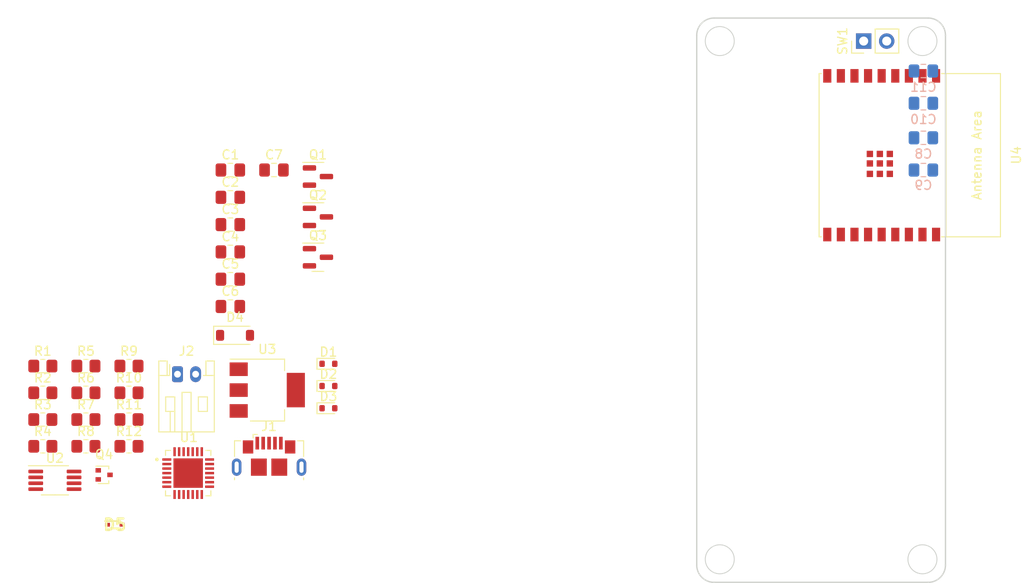
<source format=kicad_pcb>
(kicad_pcb (version 20221018) (generator pcbnew)
  (layers (0 "F.Cu" signal) (31 "B.Cu" signal) (34 "B.Paste" user) (35 "F.Paste" user) (36 "B.SilkS" user "B.Silkscreen") (37 "F.SilkS" user "F.Silkscreen") (38 "B.Mask" user) (39 "F.Mask" user) (44 "Edge.Cuts" user))
  (net 0 "")
  (net 1 "Net-(D1-A)")
  (net 2 "GND")
  (net 3 "Net-(U1-GPIO.1{slash}RXT)")
  (net 4 "Net-(U1-GPIO.0{slash}TXT)")
  (net 5 "VReg_In")
  (net 6 "Net-(U1-VDD)")
  (net 7 "+3V3")
  (net 8 "Net-(Q3-C)")
  (net 9 "Net-(D2-A)")
  (net 10 "Net-(D3-A)")
  (net 11 "+5V")
  (net 14 "VBatt")
  (net 15 "TempIC_Power")
  (net 16 "Net-(Q1-S)")
  (net 17 "Net-(Q2-B)")
  (net 18 "Net-(Q2-E)")
  (net 19 "Net-(Q2-C)")
  (net 20 "Net-(Q3-B)")
  (net 21 "Net-(Q3-E)")
  (net 22 "Net-(U1-~{RST})")
  (net 23 "Net-(U4-GPIO18{slash}USB_D-)")
  (net 24 "Net-(U4-GPIO19{slash}USB_D+)")
  (net 25 "Net-(U1-~{SUSPEND})")
  (net 26 "Net-(U4-GPIO8)")
  (net 45 "SDA")
  (net 46 "SCL")
  (footprint "Package_TO_SOT_SMD:SOT-23" (layer "F.Cu") (at 124.47 83.53)
    (fp_text reference "Q3" (at 0 -2.4) (layer "F.SilkS"))
    (fp_text value "BC818")
    (fp_line (start 0 -1.56) (end -1.675 -1.56) (stroke (width 0.12)) (layer "F.SilkS"))
    (fp_line (start 0 -1.56) (end 0.65 -1.56) (stroke (width 0.12)) (layer "F.SilkS"))
    (fp_line (start 0 1.56) (end -0.65 1.56) (stroke (width 0.12)) (layer "F.SilkS"))
    (fp_line (start 0 1.56) (end 0.65 1.56) (stroke (width 0.12)) (layer "F.SilkS"))
    (pad "1" smd roundrect (at -0.9375 -0.95) (size 1.475 0.6) (layers "F.Cu" "F.Paste" "F.Mask") (net 20 "Net-(Q3-B)"))
    (pad "2" smd roundrect (at -0.9375 0.95) (size 1.475 0.6) (layers "F.Cu" "F.Paste" "F.Mask") (net 21 "Net-(Q3-E)"))
    (pad "3" smd roundrect (at 0.9375 0) (size 1.475 0.6) (layers "F.Cu" "F.Paste" "F.Mask") (net 8 "Net-(Q3-C)"))
  )
  (footprint "Resistor_SMD:R_0805_2012Metric_Pad1.20x1.40mm_HandSolder" (layer "F.Cu") (at 98.88 95.53)
    (fp_text reference "R5" (at 0 -1.65) (layer "F.SilkS"))
    (fp_text value "0")
    (fp_line (start -0.227064 -0.735) (end 0.227064 -0.735) (stroke (width 0.12)) (layer "F.SilkS"))
    (fp_line (start -0.227064 0.735) (end 0.227064 0.735) (stroke (width 0.12)) (layer "F.SilkS"))
    (pad "1" smd roundrect (at -1 0) (size 1.2 1.4) (layers "F.Cu" "F.Paste" "F.Mask") (roundrect_rratio 0.208333) (net 9 "Net-(D2-A)"))
    (pad "2" smd roundrect (at 1 0) (size 1.2 1.4) (layers "F.Cu" "F.Paste" "F.Mask") (roundrect_rratio 0.208333) (net 4 "Net-(U1-GPIO.0{slash}TXT)"))
  )
  (footprint "Resistor_SMD:R_0805_2012Metric_Pad1.20x1.40mm_HandSolder" (layer "F.Cu") (at 98.88 104.38)
    (fp_text reference "R8" (at 0 -1.65) (layer "F.SilkS"))
    (fp_text value "10k")
    (fp_line (start -0.227064 -0.735) (end 0.227064 -0.735) (stroke (width 0.12)) (layer "F.SilkS"))
    (fp_line (start -0.227064 0.735) (end 0.227064 0.735) (stroke (width 0.12)) (layer "F.SilkS"))
    (pad "1" smd roundrect (at -1 0) (size 1.2 1.4) (layers "F.Cu" "F.Paste" "F.Mask") (roundrect_rratio 0.208333) (net 17 "Net-(Q2-B)"))
    (pad "2" smd roundrect (at 1 0) (size 1.2 1.4) (layers "F.Cu" "F.Paste" "F.Mask") (roundrect_rratio 0.208333) (net 21 "Net-(Q3-E)"))
  )
  (footprint "Resistor_SMD:R_0805_2012Metric_Pad1.20x1.40mm_HandSolder" (layer "F.Cu") (at 103.63 98.48)
    (fp_text reference "R10" (at 0 -1.65) (layer "F.SilkS"))
    (fp_text value "5.1k")
    (fp_line (start -0.227064 -0.735) (end 0.227064 -0.735) (stroke (width 0.12)) (layer "F.SilkS"))
    (fp_line (start -0.227064 0.735) (end 0.227064 0.735) (stroke (width 0.12)) (layer "F.SilkS"))
    (pad "1" smd roundrect (at -1 0) (size 1.2 1.4) (layers "F.Cu" "F.Paste" "F.Mask") (roundrect_rratio 0.208333) (net 2 "GND"))
    (pad "2" smd roundrect (at 1 0) (size 1.2 1.4) (layers "F.Cu" "F.Paste" "F.Mask") (roundrect_rratio 0.208333) (net 11 "+5V"))
  )
  (footprint "Resistor_SMD:R_0805_2012Metric_Pad1.20x1.40mm_HandSolder" (layer "F.Cu") (at 98.88 101.43)
    (fp_text reference "R7" (at 0 -1.65) (layer "F.SilkS"))
    (fp_text value "10k")
    (fp_line (start -0.227064 -0.735) (end 0.227064 -0.735) (stroke (width 0.12)) (layer "F.SilkS"))
    (fp_line (start -0.227064 0.735) (end 0.227064 0.735) (stroke (width 0.12)) (layer "F.SilkS"))
    (pad "1" smd roundrect (at -1 0) (size 1.2 1.4) (layers "F.Cu" "F.Paste" "F.Mask") (roundrect_rratio 0.208333) (net 25 "Net-(U1-~{SUSPEND})"))
    (pad "2" smd roundrect (at 1 0) (size 1.2 1.4) (layers "F.Cu" "F.Paste" "F.Mask") (roundrect_rratio 0.208333) (net 2 "GND"))
  )
  (footprint "Resistor_SMD:R_0805_2012Metric_Pad1.20x1.40mm_HandSolder" (layer "F.Cu") (at 94.13 95.53)
    (fp_text reference "R1" (at 0 -1.65) (layer "F.SilkS"))
    (fp_text value "47.5k")
    (fp_line (start -0.227064 -0.735) (end 0.227064 -0.735) (stroke (width 0.12)) (layer "F.SilkS"))
    (fp_line (start -0.227064 0.735) (end 0.227064 0.735) (stroke (width 0.12)) (layer "F.SilkS"))
    (pad "1" smd roundrect (at -1 0) (size 1.2 1.4) (layers "F.Cu" "F.Paste" "F.Mask") (roundrect_rratio 0.208333) (net 1 "Net-(D1-A)"))
    (pad "2" smd roundrect (at 1 0) (size 1.2 1.4) (layers "F.Cu" "F.Paste" "F.Mask") (roundrect_rratio 0.208333) (net 2 "GND"))
  )
  (footprint "Resistor_SMD:R_0805_2012Metric_Pad1.20x1.40mm_HandSolder" (layer "F.Cu") (at 103.63 104.38)
    (fp_text reference "R12" (at 0 -1.65) (layer "F.SilkS"))
    (fp_text value "10k")
    (fp_line (start -0.227064 -0.735) (end 0.227064 -0.735) (stroke (width 0.12)) (layer "F.SilkS"))
    (fp_line (start -0.227064 0.735) (end 0.227064 0.735) (stroke (width 0.12)) (layer "F.SilkS"))
    (pad "1" smd roundrect (at -1 0) (size 1.2 1.4) (layers "F.Cu" "F.Paste" "F.Mask") (roundrect_rratio 0.208333) (net 26 "Net-(U4-GPIO8)"))
    (pad "2" smd roundrect (at 1 0) (size 1.2 1.4) (layers "F.Cu" "F.Paste" "F.Mask") (roundrect_rratio 0.208333) (net 7 "+3V3"))
  )
  (footprint "Connector_JST:JST_PH_S2B-PH-K_1x02_P2.00mm_Horizontal" (layer "F.Cu") (at 108.98 96.43)
    (fp_text reference "J2" (at 1 -2.55) (layer "F.SilkS"))
    (fp_text value "Battery_Connector")
    (fp_line (start -2.06 -1.46) (end -2.06 6.36) (stroke (width 0.12)) (layer "F.SilkS"))
    (fp_line (start -2.06 0.14) (end -1.14 0.14) (stroke (width 0.12)) (layer "F.SilkS"))
    (fp_line (start -2.06 6.36) (end 4.06 6.36) (stroke (width 0.12)) (layer "F.SilkS"))
    (fp_line (start -1.3 2.5) (end -1.3 4.1) (stroke (width 0.12)) (layer "F.SilkS"))
    (fp_line (start -1.3 4.1) (end -0.3 4.1) (stroke (width 0.12)) (layer "F.SilkS"))
    (fp_line (start -1.14 -1.46) (end -2.06 -1.46) (stroke (width 0.12)) (layer "F.SilkS"))
    (fp_line (start -1.14 0.14) (end -1.14 -1.46) (stroke (width 0.12)) (layer "F.SilkS"))
    (fp_line (start -0.86 0.14) (end -1.14 0.14) (stroke (width 0.12)) (layer "F.SilkS"))
    (fp_line (start -0.86 0.14) (end -0.86 -1.075) (stroke (width 0.12)) (layer "F.SilkS"))
    (fp_line (start -0.8 4.1) (end -0.8 6.36) (stroke (width 0.12)) (layer "F.SilkS"))
    (fp_line (start -0.3 2.5) (end -1.3 2.5) (stroke (width 0.12)) (layer "F.SilkS"))
    (fp_line (start -0.3 4.1) (end -0.3 2.5) (stroke (width 0.12)) (layer "F.SilkS"))
    (fp_line (start -0.3 4.1) (end -0.3 6.36) (stroke (width 0.12)) (layer "F.SilkS"))
    (fp_line (start 0.5 2) (end 1.5 2) (stroke (width 0.12)) (layer "F.SilkS"))
    (fp_line (start 0.5 6.36) (end 0.5 2) (stroke (width 0.12)) (layer "F.SilkS"))
    (fp_line (start 1.5 2) (end 1.5 6.36) (stroke (width 0.12)) (layer "F.SilkS"))
    (fp_line (start 2.3 2.5) (end 3.3 2.5) (stroke (width 0.12)) (layer "F.SilkS"))
    (fp_line (start 2.3 4.1) (end 2.3 2.5) (stroke (width 0.12)) (layer "F.SilkS"))
    (fp_line (start 3.14 -1.46) (end 3.14 0.14) (stroke (width 0.12)) (layer "F.SilkS"))
    (fp_line (start 3.14 0.14) (end 2.86 0.14) (stroke (width 0.12)) (layer "F.SilkS"))
    (fp_line (start 3.3 2.5) (end 3.3 4.1) (stroke (width 0.12)) (layer "F.SilkS"))
    (fp_line (start 3.3 4.1) (end 2.3 4.1) (stroke (width 0.12)) (layer "F.SilkS"))
    (fp_line (start 4.06 -1.46) (end 3.14 -1.46) (stroke (width 0.12)) (layer "F.SilkS"))
    (fp_line (start 4.06 0.14) (end 3.14 0.14) (stroke (width 0.12)) (layer "F.SilkS"))
    (fp_line (start 4.06 6.36) (end 4.06 -1.46) (stroke (width 0.12)) (layer "F.SilkS"))
    (pad "1" thru_hole roundrect (at 0 0) (size 1.2 1.75) (drill 0.75) (layers "*.Cu" "*.Mask") (roundrect_rratio 0.208333) (net 2 "GND"))
    (pad "2" thru_hole oval (at 2 0) (size 1.2 1.75) (drill 0.75) (layers "*.Cu" "*.Mask") (net 14 "VBatt"))
  )
  (footprint "Package_TO_SOT_SMD:SOT-416" (layer "F.Cu") (at 100.89 107.53)
    (fp_text reference "Q4" (at 0 -2.25) (layer "F.SilkS"))
    (fp_text value "NTA4151PT1G")
    (fp_line (start 0.51 -0.96) (end -0.9 -0.96) (stroke (width 0.12)) (layer "F.SilkS"))
    (fp_line (start 0.51 -0.96) (end 0.51 -0.65) (stroke (width 0.12)) (layer "F.SilkS"))
    (fp_line (start 0.51 0.96) (end -0.65 0.96) (stroke (width 0.12)) (layer "F.SilkS"))
    (fp_line (start 0.51 0.96) (end 0.51 0.65) (stroke (width 0.12)) (layer "F.SilkS"))
    (pad "1" smd rect (at -0.65 -0.5) (size 0.6 0.5) (layers "F.Cu" "F.Paste" "F.Mask") (net 11 "+5V"))
    (pad "2" smd rect (at -0.65 0.5) (size 0.6 0.5) (layers "F.Cu" "F.Paste" "F.Mask") (net 5 "VReg_In"))
    (pad "3" smd rect (at 0.65 0) (size 0.6 0.5) (layers "F.Cu" "F.Paste" "F.Mask") (net 14 "VBatt"))
  )
  (footprint "Resistor_SMD:R_0805_2012Metric_Pad1.20x1.40mm_HandSolder" (layer "F.Cu") (at 94.13 104.38)
    (fp_text reference "R4" (at 0 -1.65) (layer "F.SilkS"))
    (fp_text value "0")
    (fp_line (start -0.227064 -0.735) (end 0.227064 -0.735) (stroke (width 0.12)) (layer "F.SilkS"))
    (fp_line (start -0.227064 0.735) (end 0.227064 0.735) (stroke (width 0.12)) (layer "F.SilkS"))
    (pad "1" smd roundrect (at -1 0) (size 1.2 1.4) (layers "F.Cu" "F.Paste" "F.Mask") (roundrect_rratio 0.208333) (net 10 "Net-(D3-A)"))
    (pad "2" smd roundrect (at 1 0) (size 1.2 1.4) (layers "F.Cu" "F.Paste" "F.Mask") (roundrect_rratio 0.208333) (net 3 "Net-(U1-GPIO.1{slash}RXT)"))
  )
  (footprint "Capacitor_SMD:C_0805_2012Metric_Pad1.18x1.45mm_HandSolder" (layer "F.Cu") (at 114.81 73.91)
    (fp_text reference "C1" (at 0 -1.68) (layer "F.SilkS"))
    (fp_text value "1 uF")
    (fp_line (start -0.261252 -0.735) (end 0.261252 -0.735) (stroke (width 0.12)) (layer "F.SilkS"))
    (fp_line (start -0.261252 0.735) (end 0.261252 0.735) (stroke (width 0.12)) (layer "F.SilkS"))
    (pad "1" smd roundrect (at -1.0375 0) (size 1.175 1.45) (layers "F.Cu" "F.Paste" "F.Mask") (roundrect_rratio 0.212766) (net 1 "Net-(D1-A)"))
    (pad "2" smd roundrect (at 1.0375 0) (size 1.175 1.45) (layers "F.Cu" "F.Paste" "F.Mask") (roundrect_rratio 0.212766) (net 2 "GND"))
  )
  (footprint "Capacitor_SMD:C_0805_2012Metric_Pad1.18x1.45mm_HandSolder" (layer "F.Cu") (at 114.81 76.92)
    (fp_text reference "C2" (at 0 -1.68) (layer "F.SilkS"))
    (fp_text value "22 pF")
    (fp_line (start -0.261252 -0.735) (end 0.261252 -0.735) (stroke (width 0.12)) (layer "F.SilkS"))
    (fp_line (start -0.261252 0.735) (end 0.261252 0.735) (stroke (width 0.12)) (layer "F.SilkS"))
    (pad "1" smd roundrect (at -1.0375 0) (size 1.175 1.45) (layers "F.Cu" "F.Paste" "F.Mask") (roundrect_rratio 0.212766) (net 3 "Net-(U1-GPIO.1{slash}RXT)"))
    (pad "2" smd roundrect (at 1.0375 0) (size 1.175 1.45) (layers "F.Cu" "F.Paste" "F.Mask") (roundrect_rratio 0.212766) (net 2 "GND"))
  )
  (footprint "Resistor_SMD:R_0805_2012Metric_Pad1.20x1.40mm_HandSolder" (layer "F.Cu") (at 94.13 98.48)
    (fp_text reference "R2" (at 0 -1.65) (layer "F.SilkS"))
    (fp_text value "1k")
    (fp_line (start -0.227064 -0.735) (end 0.227064 -0.735) (stroke (width 0.12)) (layer "F.SilkS"))
    (fp_line (start -0.227064 0.735) (end 0.227064 0.735) (stroke (width 0.12)) (layer "F.SilkS"))
    (pad "1" smd roundrect (at -1 0) (size 1.2 1.4) (layers "F.Cu" "F.Paste" "F.Mask") (roundrect_rratio 0.208333) (net 6 "Net-(U1-VDD)"))
    (pad "2" smd roundrect (at 1 0) (size 1.2 1.4) (layers "F.Cu" "F.Paste" "F.Mask") (roundrect_rratio 0.208333) (net 22 "Net-(U1-~{RST})"))
  )
  (footprint "Resistor_SMD:R_0805_2012Metric_Pad1.20x1.40mm_HandSolder" (layer "F.Cu") (at 103.63 101.43)
    (fp_text reference "R11" (at 0 -1.65) (layer "F.SilkS"))
    (fp_text value "10k")
    (fp_line (start -0.227064 -0.735) (end 0.227064 -0.735) (stroke (width 0.12)) (layer "F.SilkS"))
    (fp_line (start -0.227064 0.735) (end 0.227064 0.735) (stroke (width 0.12)) (layer "F.SilkS"))
    (pad "1" smd roundrect (at -1 0) (size 1.2 1.4) (layers "F.Cu" "F.Paste" "F.Mask") (roundrect_rratio 0.208333) (net 7 "+3V3"))
    (pad "2" smd roundrect (at 1 0) (size 1.2 1.4) (layers "F.Cu" "F.Paste" "F.Mask") (roundrect_rratio 0.208333) (net 8 "Net-(Q3-C)"))
  )
  (footprint "Resistor_SMD:R_0805_2012Metric_Pad1.20x1.40mm_HandSolder" (layer "F.Cu") (at 103.63 95.53)
    (fp_text reference "R9" (at 0 -1.65) (layer "F.SilkS"))
    (fp_text value "10k")
    (fp_line (start -0.227064 -0.735) (end 0.227064 -0.735) (stroke (width 0.12)) (layer "F.SilkS"))
    (fp_line (start -0.227064 0.735) (end 0.227064 0.735) (stroke (width 0.12)) (layer "F.SilkS"))
    (pad "1" smd roundrect (at -1 0) (size 1.2 1.4) (layers "F.Cu" "F.Paste" "F.Mask") (roundrect_rratio 0.208333) (net 18 "Net-(Q2-E)"))
    (pad "2" smd roundrect (at 1 0) (size 1.2 1.4) (layers "F.Cu" "F.Paste" "F.Mask") (roundrect_rratio 0.208333) (net 20 "Net-(Q3-B)"))
  )
  (footprint "CP2102N_A02_GQFN28:QFN50P500X500X80-29N" (layer "F.Cu") (at 110.16 107.335)
    (fp_text reference "U1" (at 0.07 -3.94) (layer "F.SilkS"))
    (fp_text value "CP2102N-A02-GQFN28")
    (fp_line (start -2.5 -2.5) (end -1.955 -2.5) (stroke (width 0.127)) (layer "F.SilkS"))
    (fp_line (start -2.5 -1.955) (end -2.5 -2.5) (stroke (width 0.127)) (layer "F.SilkS"))
    (fp_line (start -2.5 2.5) (end -2.5 1.955) (stroke (width 0.127)) (layer "F.SilkS"))
    (fp_line (start -1.955 2.5) (end -2.5 2.5) (stroke (width 0.127)) (layer "F.SilkS"))
    (fp_line (start 1.955 -2.5) (end 2.5 -2.5) (stroke (width 0.127)) (layer "F.SilkS"))
    (fp_line (start 2.5 -2.5) (end 2.5 -1.955) (stroke (width 0.127)) (layer "F.SilkS"))
    (fp_line (start 2.5 2.5) (end 1.955 2.5) (stroke (width 0.127)) (layer "F.SilkS"))
    (fp_line (start 2.5 2.5) (end 2.5 1.955) (stroke (width 0.127)) (layer "F.SilkS"))
    (fp_circle (center -3.455 -1.5) (end -3.355 -1.5) (stroke (width 0.2)) (fill none) (layer "F.SilkS"))
    (pad "1" smd rect (at -2.36 -1.5) (size 0.99 0.27) (layers "F.Cu" "F.Paste" "F.Mask"))
    (pad "2" smd rect (at -2.36 -1) (size 0.99 0.27) (layers "F.Cu" "F.Paste" "F.Mask"))
    (pad "3" smd rect (at -2.36 -0.5) (size 0.99 0.27) (layers "F.Cu" "F.Paste" "F.Mask") (net 2 "GND"))
    (pad "4" smd rect (at -2.36 0) (size 0.99 0.27) (layers "F.Cu" "F.Paste" "F.Mask"))
    (pad "5" smd rect (at -2.36 0.5) (size 0.99 0.27) (layers "F.Cu" "F.Paste" "F.Mask"))
    (pad "6" smd rect (at -2.36 1) (size 0.99 0.27) (layers "F.Cu" "F.Paste" "F.Mask") (net 6 "Net-(U1-VDD)"))
    (pad "7" smd rect (at -2.36 1.5) (size 0.99 0.27) (layers "F.Cu" "F.Paste" "F.Mask") (net 6 "Net-(U1-VDD)"))
    (pad "8" smd rect (at -1.5 2.36) (size 0.27 0.99) (layers "F.Cu" "F.Paste" "F.Mask") (net 1 "Net-(D1-A)"))
    (pad "9" smd rect (at -1 2.36) (size 0.27 0.99) (layers "F.Cu" "F.Paste" "F.Mask") (net 22 "Net-(U1-~{RST})"))
    (pad "10" smd rect (at -0.5 2.36) (size 0.27 0.99) (layers "F.Cu" "F.Paste" "F.Mask"))
    (pad "11" smd rect (at 0 2.36) (size 0.27 0.99) (layers "F.Cu" "F.Paste" "F.Mask") (net 25 "Net-(U1-~{SUSPEND})"))
    (pad "12" smd rect (at 0.5 2.36) (size 0.27 0.99) (layers "F.Cu" "F.Paste" "F.Mask"))
    (pad "13" smd rect (at 1 2.36) (size 0.27 0.99) (layers "F.Cu" "F.Paste" "F.Mask"))
    (pad "14" smd rect (at 1.5 2.36) (size 0.27 0.99) (layers "F.Cu" "F.Paste" "F.Mask"))
    (pad "15" smd rect (at 2.36 1.5) (size 0.99 0.27) (layers "F.Cu" "F.Paste" "F.Mask"))
    (pad "16" smd rect (at 2.36 1) (size 0.99 0.27) (layers "F.Cu" "F.Paste" "F.Mask"))
    (pad "17" smd rect (at 2.36 0.5) (size 0.99 0.27) (layers "F.Cu" "F.Paste" "F.Mask"))
    (pad "18" smd rect (at 2.36 0) (size 0.99 0.27) (layers "F.Cu" "F.Paste" "F.Mask") (net 3 "Net-(U1-GPIO.1{slash}RXT)"))
    (pad "19" smd rect (at 2.36 -0.5) (size 0.99 0.27) (layers "F.Cu" "F.Paste" "F.Mask") (net 4 "Net-(U1-GPIO.0{slash}TXT)"))
    (pad "20" smd rect (at 2.36 -1) (size 0.99 0.27) (layers "F.Cu" "F.Paste" "F.Mask"))
    (pad "21" smd rect (at 2.36 -1.5) (size 0.99 0.27) (layers "F.Cu" "F.Paste" "F.Mask"))
    (pad "22" smd rect (at 1.5 -2.36) (size 0.27 0.99) (layers "F.Cu" "F.Paste" "F.Mask"))
    (pad "23" smd rect (at 1 -2.36) (size 0.27 0.99) (layers "F.Cu" "F.Paste" "F.Mask"))
    (pad "24" smd rect (at 0.5 -2.36) (size 0.27 0.99) (layers "F.Cu" "F.Paste" "F.Mask") (net 21 "Net-(Q3-E)"))
    (pad "25" smd rect (at 0 -2.36) (size 0.27 0.99) (layers "F.Cu" "F.Paste" "F.Mask"))
    (pad "26" smd rect (at -0.5 -2.36) (size 0.27 0.99) (layers "F.Cu" "F.Paste" "F.Mask"))
    (pad "27" smd rect (at -1 -2.36) (size 0.27 0.99) (layers "F.Cu" "F.Paste" "F.Mask"))
    (pad "28" smd rect (at -1.5 -2.36) (size 0.27 0.99) (layers "F.Cu" "F.Paste" "F.Mask") (net 18 "Net-(Q2-E)"))
    (pad "29" smd rect (at 0 0) (size 3.25 3.25) (layers "F.Cu" "F.Mask") (net 2 "GND"))
  )
  (footprint "Package_TO_SOT_SMD:SOT-23" (layer "F.Cu") (at 124.47 74.63)
    (fp_text reference "Q1" (at 0 -2.4) (layer "F.SilkS"))
    (fp_text value "BS170F")
    (fp_line (start 0 -1.56) (end -1.675 -1.56) (stroke (width 0.12)) (layer "F.SilkS"))
    (fp_line (start 0 -1.56) (end 0.65 -1.56) (stroke (width 0.12)) (layer "F.SilkS"))
    (fp_line (start 0 1.56) (end -0.65 1.56) (stroke (width 0.12)) (layer "F.SilkS"))
    (fp_line (start 0 1.56) (end 0.65 1.56) (stroke (width 0.12)) (layer "F.SilkS"))
    (pad "1" smd roundrect (at -0.9375 -0.95) (size 1.475 0.6) (layers "F.Cu" "F.Paste" "F.Mask") (net 15 "TempIC_Power"))
    (pad "2" smd roundrect (at -0.9375 0.95) (size 1.475 0.6) (layers "F.Cu" "F.Paste" "F.Mask") (net 16 "Net-(Q1-S)"))
    (pad "3" smd roundrect (at 0.9375 0) (size 1.475 0.6) (layers "F.Cu" "F.Paste" "F.Mask") (net 7 "+3V3"))
  )
  (footprint "Diode_SMD:D_SOD-523" (layer "F.Cu") (at 125.625 97.73)
    (fp_text reference "D2" (at 0 -1.3) (layer "F.SilkS"))
    (fp_text value "1N914WT")
    (fp_line (start -1.26 -0.6) (end -1.26 0.6) (stroke (width 0.12)) (layer "F.SilkS"))
    (fp_line (start 0.7 -0.6) (end -1.26 -0.6) (stroke (width 0.12)) (layer "F.SilkS"))
    (fp_line (start 0.7 0.6) (end -1.26 0.6) (stroke (width 0.12)) (layer "F.SilkS"))
    (pad "1" smd roundrect (at -0.7 0 180) (size 0.6 0.7) (layers "F.Cu" "F.Paste" "F.Mask") (net 2 "GND"))
    (pad "2" smd roundrect (at 0.7 0 180) (size 0.6 0.7) (layers "F.Cu" "F.Paste" "F.Mask") (net 9 "Net-(D2-A)"))
  )
  (footprint "Resistor_SMD:R_0805_2012Metric_Pad1.20x1.40mm_HandSolder" (layer "F.Cu") (at 98.88 98.48)
    (fp_text reference "R6" (at 0 -1.65) (layer "F.SilkS"))
    (fp_text value "0")
    (fp_line (start -0.227064 -0.735) (end 0.227064 -0.735) (stroke (width 0.12)) (layer "F.SilkS"))
    (fp_line (start -0.227064 0.735) (end 0.227064 0.735) (stroke (width 0.12)) (layer "F.SilkS"))
    (pad "1" smd roundrect (at -1 0) (size 1.2 1.4) (layers "F.Cu" "F.Paste" "F.Mask") (roundrect_rratio 0.208333) (net 9 "Net-(D2-A)"))
    (pad "2" smd roundrect (at 1 0) (size 1.2 1.4) (layers "F.Cu" "F.Paste" "F.Mask") (roundrect_rratio 0.208333) (net 24 "Net-(U4-GPIO19{slash}USB_D+)"))
  )
  (footprint "Capacitor_SMD:C_0805_2012Metric_Pad1.18x1.45mm_HandSolder" (layer "F.Cu") (at 114.81 82.94)
    (fp_text reference "C4" (at 0 -1.68) (layer "F.SilkS"))
    (fp_text value "10 uF")
    (fp_line (start -0.261252 -0.735) (end 0.261252 -0.735) (stroke (width 0.12)) (layer "F.SilkS"))
    (fp_line (start -0.261252 0.735) (end 0.261252 0.735) (stroke (width 0.12)) (layer "F.SilkS"))
    (pad "1" smd roundrect (at -1.0375 0) (size 1.175 1.45) (layers "F.Cu" "F.Paste" "F.Mask") (roundrect_rratio 0.212766) (net 5 "VReg_In"))
    (pad "2" smd roundrect (at 1.0375 0) (size 1.175 1.45) (layers "F.Cu" "F.Paste" "F.Mask") (roundrect_rratio 0.212766) (net 2 "GND"))
  )
  (footprint "Capacitor_SMD:C_0805_2012Metric_Pad1.18x1.45mm_HandSolder" (layer "F.Cu") (at 114.81 85.95)
    (fp_text reference "C5" (at 0 -1.68) (layer "F.SilkS"))
    (fp_text value "0.1 uF")
    (fp_line (start -0.261252 -0.735) (end 0.261252 -0.735) (stroke (width 0.12)) (layer "F.SilkS"))
    (fp_line (start -0.261252 0.735) (end 0.261252 0.735) (stroke (width 0.12)) (layer "F.SilkS"))
    (pad "1" smd roundrect (at -1.0375 0) (size 1.175 1.45) (layers "F.Cu" "F.Paste" "F.Mask") (roundrect_rratio 0.212766) (net 5 "VReg_In"))
    (pad "2" smd roundrect (at 1.0375 0) (size 1.175 1.45) (layers "F.Cu" "F.Paste" "F.Mask") (roundrect_rratio 0.212766) (net 2 "GND"))
  )
  (footprint "Diode_SMD:D_SOD-523" (layer "F.Cu") (at 125.625 95.28)
    (fp_text reference "D1" (at 0 -1.3) (layer "F.SilkS"))
    (fp_text value "1N914WT")
    (fp_line (start -1.26 -0.6) (end -1.26 0.6) (stroke (width 0.12)) (layer "F.SilkS"))
    (fp_line (start 0.7 -0.6) (end -1.26 -0.6) (stroke (width 0.12)) (layer "F.SilkS"))
    (fp_line (start 0.7 0.6) (end -1.26 0.6) (stroke (width 0.12)) (layer "F.SilkS"))
    (pad "1" smd roundrect (at -0.7 0 180) (size 0.6 0.7) (layers "F.Cu" "F.Paste" "F.Mask") (net 2 "GND"))
    (pad "2" smd roundrect (at 0.7 0 180) (size 0.6 0.7) (layers "F.Cu" "F.Paste" "F.Mask") (net 1 "Net-(D1-A)"))
  )
  (footprint "Capacitor_SMD:C_0805_2012Metric_Pad1.18x1.45mm_HandSolder" (layer "F.Cu") (at 114.81 88.96)
    (fp_text reference "C6" (at 0 -1.68) (layer "F.SilkS"))
    (fp_text value "10 uF")
    (fp_line (start -0.261252 -0.735) (end 0.261252 -0.735) (stroke (width 0.12)) (layer "F.SilkS"))
    (fp_line (start -0.261252 0.735) (end 0.261252 0.735) (stroke (width 0.12)) (layer "F.SilkS"))
    (pad "1" smd roundrect (at -1.0375 0) (size 1.175 1.45) (layers "F.Cu" "F.Paste" "F.Mask") (roundrect_rratio 0.212766) (net 6 "Net-(U1-VDD)"))
    (pad "2" smd roundrect (at 1.0375 0) (size 1.175 1.45) (layers "F.Cu" "F.Paste" "F.Mask") (roundrect_rratio 0.212766) (net 2 "GND"))
  )
  (footprint "espressif kicad-libraries main footprints-Espressif:ESP32-C3-WROOM-02" (layer "F.Cu") (at 186.738 72.276 -90)
    (fp_text reference "U4" (at 0 -14.75 90) (layer "F.SilkS"))
    (fp_text value "ESP32-C3-WROOM-02")
    (fp_text user "Antenna Area" (at 0 -10.4 90) (layer "F.SilkS"))
    (fp_line (start -9 -13) (end -9 -6.5) (stroke (width 0.12)) (layer "F.SilkS"))
    (fp_line (start -9 -13) (end 9 -13) (stroke (width 0.12)) (layer "F.SilkS"))
    (fp_line (start -9 7) (end -9 6.75) (stroke (width 0.12)) (layer "F.SilkS"))
    (fp_line (start 9 -13) (end 9 -6.5) (stroke (width 0.12)) (layer "F.SilkS"))
    (fp_line (start 9 -7) (end -8.95 -7) (stroke (width 0.12)) (layer "F.SilkS"))
    (fp_line (start 9 6.75) (end 9 7) (stroke (width 0.12)) (layer "F.SilkS"))
    (fp_line (start 9 7) (end -9 7) (stroke (width 0.12)) (layer "F.SilkS"))
    (pad "1" smd rect (at -8.75 -5.9 270) (size 1.5 0.9) (layers "F.Cu" "F.Paste" "F.Mask") (net 7 "+3V3"))
    (pad "2" smd rect (at -8.75 -4.4 270) (size 1.5 0.9) (layers "F.Cu" "F.Paste" "F.Mask") (net 8 "Net-(Q3-C)"))
    (pad "3" smd rect (at -8.75 -2.9 270) (size 1.5 0.9) (layers "F.Cu" "F.Paste" "F.Mask") (net 15 "TempIC_Power"))
    (pad "4" smd rect (at -8.75 -1.4 270) (size 1.5 0.9) (layers "F.Cu" "F.Paste" "F.Mask"))
    (pad "5" smd rect (at -8.75 0.1 270) (size 1.5 0.9) (layers "F.Cu" "F.Paste" "F.Mask"))
    (pad "6" smd rect (at -8.75 1.6 270) (size 1.5 0.9) (layers "F.Cu" "F.Paste" "F.Mask"))
    (pad "7" smd rect (at -8.75 3.1 270) (size 1.5 0.9) (layers "F.Cu" "F.Paste" "F.Mask") (net 26 "Net-(U4-GPIO8)"))
    (pad "8" smd rect (at -8.75 4.6 270) (size 1.5 0.9) (layers "F.Cu" "F.Paste" "F.Mask") (net 19 "Net-(Q2-C)"))
    (pad "9" smd rect (at -8.75 6.1 270) (size 1.5 0.9) (layers "F.Cu" "F.Paste" "F.Mask") (net 2 "GND"))
    (pad "10" smd rect (at 8.75 6.1 90) (size 1.5 0.9) (layers "F.Cu" "F.Paste" "F.Mask"))
    (pad "11" smd rect (at 8.75 4.6 90) (size 1.5 0.9) (layers "F.Cu" "F.Paste" "F.Mask"))
    (pad "12" smd rect (at 8.75 3.1 90) (size 1.5 0.9) (layers "F.Cu" "F.Paste" "F.Mask"))
    (pad "13" smd rect (at 8.75 1.6 90) (size 1.5 0.9) (layers "F.Cu" "F.Paste" "F.Mask") (net 23 "Net-(U4-GPIO18{slash}USB_D-)"))
    (pad "14" smd rect (at 8.75 0.1 90) (size 1.5 0.9) (layers "F.Cu" "F.Paste" "F.Mask") (net 24 "Net-(U4-GPIO19{slash}USB_D+)"))
    (pad "15" smd rect (at 8.75 -1.4 90) (size 1.5 0.9) (layers "F.Cu" "F.Paste" "F.Mask") (net 46 "SCL"))
    (pad "16" smd rect (at 8.75 -2.9 90) (size 1.5 0.9) (layers "F.Cu" "F.Paste" "F.Mask") (net 45 "SDA"))
    (pad "17" smd rect (at 8.75 -4.4 90) (size 1.5 0.9) (layers "F.Cu" "F.Paste" "F.Mask"))
    (pad "18" smd rect (at 8.75 -5.9 90) (size 1.5 0.9) (layers "F.Cu" "F.Paste" "F.Mask"))
    (pad "19" smd rect (at -0.14 -0.8 90) (size 0.7 0.7) (layers "F.Cu" "F.Paste" "F.Mask") (net 2 "GND"))
    (pad "19" smd rect (at -0.14 0.3 90) (size 0.7 0.7) (layers "F.Cu" "F.Paste" "F.Mask") (net 2 "GND"))
    (pad "19" smd rect (at -0.14 1.4 90) (size 0.7 0.7) (layers "F.Cu" "F.Paste" "F.Mask") (net 2 "GND"))
    (pad "19" smd rect (at 0.91 -0.8 90) (size 0.7 0.7) (layers "F.Cu" "F.Paste" "F.Mask") (net 2 "GND"))
    (pad "19" smd rect (at 0.91 0.3 90) (size 0.7 0.7) (layers "F.Cu" "F.Paste" "F.Mask") (net 2 "GND"))
    (pad "19" smd rect (at 0.91 1.4 90) (size 0.7 0.7) (layers "F.Cu" "F.Paste" "F.Mask") (net 2 "GND"))
    (pad "19" smd rect (at 2.06 -0.8 90) (size 0.7 0.7) (layers "F.Cu" "F.Paste" "F.Mask") (net 2 "GND"))
    (pad "19" smd rect (at 2.06 0.3 90) (size 0.7 0.7) (layers "F.Cu" "F.Paste" "F.Mask") (net 2 "GND"))
    (pad "19" smd rect (at 2.06 1.4 90) (size 0.7 0.7) (layers "F.Cu" "F.Paste" "F.Mask") (net 2 "GND"))
  )
  (footprint "Capacitor_SMD:C_0805_2012Metric_Pad1.18x1.45mm_HandSolder" (layer "F.Cu") (at 119.62 73.91)
    (fp_text reference "C7" (at 0 -1.68) (layer "F.SilkS"))
    (fp_text value "10 uF")
    (fp_line (start -0.261252 -0.735) (end 0.261252 -0.735) (stroke (width 0.12)) (layer "F.SilkS"))
    (fp_line (start -0.261252 0.735) (end 0.261252 0.735) (stroke (width 0.12)) (layer "F.SilkS"))
    (pad "1" smd roundrect (at -1.0375 0) (size 1.175 1.45) (layers "F.Cu" "F.Paste" "F.Mask") (roundrect_rratio 0.212766) (net 7 "+3V3"))
    (pad "2" smd roundrect (at 1.0375 0) (size 1.175 1.45) (layers "F.Cu" "F.Paste" "F.Mask") (roundrect_rratio 0.212766) (net 2 "GND"))
  )
  (footprint "Connector_PinHeader_2.54mm:PinHeader_1x02_P2.54mm_Vertical" (layer "F.Cu") (at 184.653 59.69 90)
    (fp_text reference "SW1" (at 0 -2.33 90) (layer "F.SilkS"))
    (fp_text value "SW_DIP_x01")
    (fp_line (start -1.33 -1.33) (end 0 -1.33) (stroke (width 0.12)) (layer "F.SilkS"))
    (fp_line (start -1.33 0) (end -1.33 -1.33) (stroke (width 0.12)) (layer "F.SilkS"))
    (fp_line (start -1.33 1.27) (end -1.33 3.87) (stroke (width 0.12)) (layer "F.SilkS"))
    (fp_line (start -1.33 1.27) (end 1.33 1.27) (stroke (width 0.12)) (layer "F.SilkS"))
    (fp_line (start -1.33 3.87) (end 1.33 3.87) (stroke (width 0.12)) (layer "F.SilkS"))
    (fp_line (start 1.33 1.27) (end 1.33 3.87) (stroke (width 0.12)) (layer "F.SilkS"))
    (pad "1" thru_hole rect (at 0 0 90) (size 1.7 1.7) (drill 1) (layers "*.Cu" "*.Mask") (net 6 "Net-(U1-VDD)"))
    (pad "2" thru_hole oval (at 0 2.54 90) (size 1.7 1.7) (drill 1) (layers "*.Cu" "*.Mask") (net 7 "+3V3"))
  )
  (footprint "Diode_SMD:D_SOD-123" (layer "F.Cu") (at 115.325 92.14)
    (fp_text reference "D4" (at 0 -2) (layer "F.SilkS"))
    (fp_text value "MBR0540")
    (fp_line (start -2.36 -1) (end -2.36 1) (stroke (width 0.12)) (layer "F.SilkS"))
    (fp_line (start -2.36 -1) (end 1.65 -1) (stroke (width 0.12)) (layer "F.SilkS"))
    (fp_line (start -2.36 1) (end 1.65 1) (stroke (width 0.12)) (layer "F.SilkS"))
    (pad "1" smd roundrect (at -1.65 0) (size 0.9 1.2) (layers "F.Cu" "F.Paste" "F.Mask") (net 11 "+5V"))
    (pad "2" smd roundrect (at 1.65 0) (size 0.9 1.2) (layers "F.Cu" "F.Paste" "F.Mask") (net 1 "Net-(D1-A)"))
  )
  (footprint "KiCad:SODFL1608X59N" (layer "F.Cu") (at 102.07 113.03)
    (fp_text reference "D5" (at 0 0) (layer "F.SilkS") (effects (font (size 1.27 1.27) (thickness 0.254))))
    (fp_text value "BAS_52-02V_H6327" hide)
    (fp_line (start -1.075 -0.4) (end 0.6 -0.4) (stroke (width 0.2)) (layer "F.SilkS"))
    (fp_line (start -0.6 0.4) (end 0.6 0.4) (stroke (width 0.2)) (layer "F.SilkS"))
    (pad "1" smd rect (at -0.8 0 90) (size 0.42 0.55) (layers "F.Cu" "F.Paste" "F.Mask") (net 5 "VReg_In"))
    (pad "2" smd rect (at 0.8 0 90) (size 0.42 0.55) (layers "F.Cu" "F.Paste" "F.Mask") (net 11 "+5V"))
  )
  (footprint "Package_SO:MSOP-8_3x3mm_P0.65mm" (layer "F.Cu") (at 95.46 108.13)
    (fp_text reference "U2" (at 0 -2.45) (layer "F.SilkS"))
    (fp_text value "MCP9808_MSOP")
    (fp_line (start 0 -1.61) (end -2.925 -1.61) (stroke (width 0.12)) (layer "F.SilkS"))
    (fp_line (start 0 -1.61) (end 1.5 -1.61) (stroke (width 0.12)) (layer "F.SilkS"))
    (fp_line (start 0 1.61) (end -1.5 1.61) (stroke (width 0.12)) (layer "F.SilkS"))
    (fp_line (start 0 1.61) (end 1.5 1.61) (stroke (width 0.12)) (layer "F.SilkS"))
    (pad "1" smd roundrect (at -2.1125 -0.975) (size 1.625 0.4) (layers "F.Cu" "F.Paste" "F.Mask") (net 45 "SDA"))
    (pad "2" smd roundrect (at -2.1125 -0.325) (size 1.625 0.4) (layers "F.Cu" "F.Paste" "F.Mask") (net 46 "SCL"))
    (pad "3" smd roundrect (at -2.1125 0.325) (size 1.625 0.4) (layers "F.Cu" "F.Paste" "F.Mask"))
    (pad "4" smd roundrect (at -2.1125 0.975) (size 1.625 0.4) (layers "F.Cu" "F.Paste" "F.Mask") (net 2 "GND"))
    (pad "5" smd roundrect (at 2.1125 0.975) (size 1.625 0.4) (layers "F.Cu" "F.Paste" "F.Mask") (net 2 "GND"))
    (pad "6" smd roundrect (at 2.1125 0.325) (size 1.625 0.4) (layers "F.Cu" "F.Paste" "F.Mask") (net 2 "GND"))
    (pad "7" smd roundrect (at 2.1125 -0.325) (size 1.625 0.4) (layers "F.Cu" "F.Paste" "F.Mask") (net 2 "GND"))
    (pad "8" smd roundrect (at 2.1125 -0.975) (size 1.625 0.4) (layers "F.Cu" "F.Paste" "F.Mask") (net 16 "Net-(Q1-S)"))
  )
  (footprint "Connector_USB:USB_Micro-B_GCT_USB3076-30-A" (layer "F.Cu") (at 119.08 105.48)
    (fp_text reference "J1" (at 0 -3.3) (layer "F.SilkS"))
    (fp_text value "USB_B_Micro")
    (fp_line (start -3.81 -1.71) (end -3.15 -1.71) (stroke (width 0.12)) (layer "F.SilkS"))
    (fp_line (start -3.81 0.02) (end -3.81 -1.71) (stroke (width 0.12)) (layer "F.SilkS"))
    (fp_line (start -3.81 2.59) (end -3.81 2.38) (stroke (width 0.12)) (layer "F.SilkS"))
    (fp_line (start -1.76 -2.41) (end -1.76 -2.02) (stroke (width 0.12)) (layer "F.SilkS"))
    (fp_line (start -1.76 -2.41) (end -1.31 -2.41) (stroke (width 0.12)) (layer "F.SilkS"))
    (fp_line (start 3.81 -1.71) (end 3.16 -1.71) (stroke (width 0.12)) (layer "F.SilkS"))
    (fp_line (start 3.81 0.02) (end 3.81 -1.71) (stroke (width 0.12)) (layer "F.SilkS"))
    (fp_line (start 3.81 2.59) (end 3.81 2.38) (stroke (width 0.12)) (layer "F.SilkS"))
    (pad "1" smd rect (at -1.3 -1.45) (size 0.4 1.4) (layers "F.Cu" "F.Paste" "F.Mask") (net 1 "Net-(D1-A)"))
    (pad "2" smd rect (at -0.65 -1.45) (size 0.4 1.4) (layers "F.Cu" "F.Paste" "F.Mask") (net 10 "Net-(D3-A)"))
    (pad "3" smd rect (at 0 -1.45) (size 0.4 1.4) (layers "F.Cu" "F.Paste" "F.Mask") (net 9 "Net-(D2-A)"))
    (pad "4" smd rect (at 0.65 -1.45) (size 0.4 1.4) (layers "F.Cu" "F.Paste" "F.Mask"))
    (pad "5" smd rect (at 1.3 -1.45) (size 0.4 1.4) (layers "F.Cu" "F.Paste" "F.Mask") (net 2 "GND"))
    (pad "6" thru_hole oval (at -3.575 1.2 180) (size 1.05 1.9) (drill oval 0.45 1.25) (layers "*.Cu" "*.Mask"))
    (pad "6" smd rect (at -2.32 -1.03) (size 1.15 1.45) (layers "F.Cu" "F.Paste" "F.Mask"))
    (pad "6" smd rect (at -1.125 1.2) (size 1.75 1.9) (layers "F.Cu" "F.Paste" "F.Mask"))
    (pad "6" smd rect (at 1.125 1.2) (size 1.75 1.9) (layers "F.Cu" "F.Paste" "F.Mask"))
    (pad "6" smd rect (at 2.32 -1.03) (size 1.15 1.45) (layers "F.Cu" "F.Paste" "F.Mask"))
    (pad "6" thru_hole oval (at 3.575 1.2) (size 1.05 1.9) (drill oval 0.45 1.25) (layers "*.Cu" "*.Mask"))
  )
  (footprint "Diode_SMD:D_SOD-523" (layer "F.Cu") (at 125.625 100.18)
    (fp_text reference "D3" (at 0 -1.3) (layer "F.SilkS"))
    (fp_text value "1N914WT")
    (fp_line (start -1.26 -0.6) (end -1.26 0.6) (stroke (width 0.12)) (layer "F.SilkS"))
    (fp_line (start 0.7 -0.6) (end -1.26 -0.6) (stroke (width 0.12)) (layer "F.SilkS"))
    (fp_line (start 0.7 0.6) (end -1.26 0.6) (stroke (width 0.12)) (layer "F.SilkS"))
    (pad "1" smd roundrect (at -0.7 0 180) (size 0.6 0.7) (layers "F.Cu" "F.Paste" "F.Mask") (net 2 "GND"))
    (pad "2" smd roundrect (at 0.7 0 180) (size 0.6 0.7) (layers "F.Cu" "F.Paste" "F.Mask") (net 10 "Net-(D3-A)"))
  )
  (footprint "Package_TO_SOT_SMD:SOT-223-3_TabPin2" (layer "F.Cu") (at 118.88 98.18)
    (fp_text reference "U3" (at 0 -4.5) (layer "F.SilkS"))
    (fp_text value "LD1117S33TR_SOT223")
    (fp_line (start -4.1 -3.41) (end 1.91 -3.41) (stroke (width 0.12)) (layer "F.SilkS"))
    (fp_line (start -1.85 3.41) (end 1.91 3.41) (stroke (width 0.12)) (layer "F.SilkS"))
    (fp_line (start 1.91 -3.41) (end 1.91 -2.15) (stroke (width 0.12)) (layer "F.SilkS"))
    (fp_line (start 1.91 3.41) (end 1.91 2.15) (stroke (width 0.12)) (layer "F.SilkS"))
    (pad "1" smd rect (at -3.15 -2.3) (size 2 1.5) (layers "F.Cu" "F.Paste" "F.Mask") (net 2 "GND"))
    (pad "2" smd rect (at -3.15 0) (size 2 1.5) (layers "F.Cu" "F.Paste" "F.Mask") (net 7 "+3V3"))
    (pad "2" smd rect (at 3.15 0) (size 2 3.8) (layers "F.Cu" "F.Paste" "F.Mask") (net 7 "+3V3"))
    (pad "3" smd rect (at -3.15 2.3) (size 2 1.5) (layers "F.Cu" "F.Paste" "F.Mask") (net 5 "VReg_In"))
  )
  (footprint "Package_TO_SOT_SMD:SOT-23" (layer "F.Cu") (at 124.47 79.08)
    (fp_text reference "Q2" (at 0 -2.4) (layer "F.SilkS"))
    (fp_text value "BC818")
    (fp_line (start 0 -1.56) (end -1.675 -1.56) (stroke (width 0.12)) (layer "F.SilkS"))
    (fp_line (start 0 -1.56) (end 0.65 -1.56) (stroke (width 0.12)) (layer "F.SilkS"))
    (fp_line (start 0 1.56) (end -0.65 1.56) (stroke (width 0.12)) (layer "F.SilkS"))
    (fp_line (start 0 1.56) (end 0.65 1.56) (stroke (width 0.12)) (layer "F.SilkS"))
    (pad "1" smd roundrect (at -0.9375 -0.95) (size 1.475 0.6) (layers "F.Cu" "F.Paste" "F.Mask") (net 17 "Net-(Q2-B)"))
    (pad "2" smd roundrect (at -0.9375 0.95) (size 1.475 0.6) (layers "F.Cu" "F.Paste" "F.Mask") (net 18 "Net-(Q2-E)"))
    (pad "3" smd roundrect (at 0.9375 0) (size 1.475 0.6) (layers "F.Cu" "F.Paste" "F.Mask") (net 19 "Net-(Q2-C)"))
  )
  (footprint "Capacitor_SMD:C_0805_2012Metric_Pad1.18x1.45mm_HandSolder" (layer "F.Cu") (at 114.81 79.93)
    (fp_text reference "C3" (at 0 -1.68) (layer "F.SilkS"))
    (fp_text value "22 pF")
    (fp_line (start -0.261252 -0.735) (end 0.261252 -0.735) (stroke (width 0.12)) (layer "F.SilkS"))
    (fp_line (start -0.261252 0.735) (end 0.261252 0.735) (stroke (width 0.12)) (layer "F.SilkS"))
    (pad "1" smd roundrect (at -1.0375 0) (size 1.175 1.45) (layers "F.Cu" "F.Paste" "F.Mask") (roundrect_rratio 0.212766) (net 4 "Net-(U1-GPIO.0{slash}TXT)"))
    (pad "2" smd roundrect (at 1.0375 0) (size 1.175 1.45) (layers "F.Cu" "F.Paste" "F.Mask") (roundrect_rratio 0.212766) (net 2 "GND"))
  )
  (footprint "Resistor_SMD:R_0805_2012Metric_Pad1.20x1.40mm_HandSolder" (layer "F.Cu") (at 94.13 101.43)
    (fp_text reference "R3" (at 0 -1.65) (layer "F.SilkS"))
    (fp_text value "0")
    (fp_line (start -0.227064 -0.735) (end 0.227064 -0.735) (stroke (width 0.12)) (layer "F.SilkS"))
    (fp_line (start -0.227064 0.735) (end 0.227064 0.735) (stroke (width 0.12)) (layer "F.SilkS"))
    (pad "1" smd roundrect (at -1 0) (size 1.2 1.4) (layers "F.Cu" "F.Paste" "F.Mask") (roundrect_rratio 0.208333) (net 10 "Net-(D3-A)"))
    (pad "2" smd roundrect (at 1 0) (size 1.2 1.4) (layers "F.Cu" "F.Paste" "F.Mask") (roundrect_rratio 0.208333) (net 23 "Net-(U4-GPIO18{slash}USB_D-)"))
  )
  (footprint "Capacitor_SMD:C_0805_2012Metric_Pad1.18x1.45mm_HandSolder" (layer "B.Cu") (at 191.2405 70.358 180)
    (fp_text reference "C8" (at 0 -1.778) (layer "B.SilkS") (effects (justify mirror)))
    (fp_text value "0.1 uF")
    (fp_line (start -0.261252 -0.735) (end 0.261252 -0.735) (stroke (width 0.12)) (layer "B.SilkS"))
    (fp_line (start -0.261252 0.735) (end 0.261252 0.735) (stroke (width 0.12)) (layer "B.SilkS"))
    (pad "1" smd roundrect (at -1.0375 0 180) (size 1.175 1.45) (layers "B.Cu" "B.Paste" "B.Mask") (roundrect_rratio 0.212766) (net 7 "+3V3"))
    (pad "2" smd roundrect (at 1.0375 0 180) (size 1.175 1.45) (layers "B.Cu" "B.Paste" "B.Mask") (roundrect_rratio 0.212766) (net 2 "GND"))
  )
  (footprint "Capacitor_SMD:C_0805_2012Metric_Pad1.18x1.45mm_HandSolder" (layer "B.Cu") (at 191.2405 73.914)
    (fp_text reference "C9" (at 0 1.68) (layer "B.SilkS") (effects (justify mirror)))
    (fp_text value "1 uF")
    (fp_line (start -0.261252 -0.735) (end 0.261252 -0.735) (stroke (width 0.12)) (layer "B.SilkS"))
    (fp_line (start -0.261252 0.735) (end 0.261252 0.735) (stroke (width 0.12)) (layer "B.SilkS"))
    (pad "1" smd roundrect (at -1.0375 0) (size 1.175 1.45) (layers "B.Cu" "B.Paste" "B.Mask") (roundrect_rratio 0.212766) (net 8 "Net-(Q3-C)"))
    (pad "2" smd roundrect (at 1.0375 0) (size 1.175 1.45) (layers "B.Cu" "B.Paste" "B.Mask") (roundrect_rratio 0.212766) (net 2 "GND"))
  )
  (footprint "Capacitor_SMD:C_0805_2012Metric_Pad1.18x1.45mm_HandSolder" (layer "B.Cu") (at 191.2405 66.548 180)
    (fp_text reference "C10" (at 0 -1.778 -360) (layer "B.SilkS") (effects (justify mirror)))
    (fp_text value "10 uF")
    (fp_line (start -0.261252 -0.735) (end 0.261252 -0.735) (stroke (width 0.12)) (layer "B.SilkS"))
    (fp_line (start -0.261252 0.735) (end 0.261252 0.735) (stroke (width 0.12)) (layer "B.SilkS"))
    (pad "1" smd roundrect (at -1.0375 0 180) (size 1.175 1.45) (layers "B.Cu" "B.Paste" "B.Mask") (roundrect_rratio 0.212766) (net 2 "GND"))
    (pad "2" smd roundrect (at 1.0375 0 180) (size 1.175 1.45) (layers "B.Cu" "B.Paste" "B.Mask") (roundrect_rratio 0.212766) (net 7 "+3V3"))
  )
  (footprint "Capacitor_SMD:C_0805_2012Metric_Pad1.18x1.45mm_HandSolder" (layer "B.Cu") (at 191.2405 62.992 180)
    (fp_text reference "C11" (at 0 -1.778) (layer "B.SilkS") (effects (justify mirror)))
    (fp_text value "0.1 uF")
    (fp_line (start -0.261252 -0.735) (end 0.261252 -0.735) (stroke (width 0.12)) (layer "B.SilkS"))
    (fp_line (start -0.261252 0.735) (end 0.261252 0.735) (stroke (width 0.12)) (layer "B.SilkS"))
    (pad "1" smd roundrect (at -1.0375 0 180) (size 1.175 1.45) (layers "B.Cu" "B.Paste" "B.Mask") (roundrect_rratio 0.212766) (net 2 "GND"))
    (pad "2" smd roundrect (at 1.0375 0 180) (size 1.175 1.45) (layers "B.Cu" "B.Paste" "B.Mask") (roundrect_rratio 0.212766) (net 7 "+3V3"))
  )
  (gr_line (start 191.77 119.38) (end 168.148 119.38) (stroke (width 0.15)) (layer "Edge.Cuts"))
  (gr_circle (center 168.783 59.69) (end 170.383 59.69) (stroke (width 0.1)) (fill none) (layer "Edge.Cuts"))
  (gr_line (start 168.148 57.15) (end 191.77 57.15) (stroke (width 0.15)) (layer "Edge.Cuts"))
  (gr_line (start 193.675 59.055) (end 193.675 117.475) (stroke (width 0.15)) (layer "Edge.Cuts"))
  (gr_arc (start 168.148 119.38) (mid 166.800962 118.822038) (end 166.243 117.475) (stroke (width 0.15)) (layer "Edge.Cuts"))
  (gr_arc (start 191.77 57.15) (mid 193.117038 57.707962) (end 193.675 59.055) (stroke (width 0.15)) (layer "Edge.Cuts"))
  (gr_circle (center 191.135 59.69) (end 192.735 59.69) (stroke (width 0.1)) (fill none) (layer "Edge.Cuts"))
  (gr_circle (center 168.783 116.84) (end 170.383 116.84) (stroke (width 0.1)) (fill none) (layer "Edge.Cuts"))
  (gr_arc (start 193.675 117.475) (mid 193.117038 118.822038) (end 191.77 119.38) (stroke (width 0.15)) (layer "Edge.Cuts"))
  (gr_circle (center 191.135 116.84) (end 192.735 116.84) (stroke (width 0.1)) (fill none) (layer "Edge.Cuts"))
  (gr_arc (start 166.243 59.055) (mid 166.800962 57.707962) (end 168.148 57.15) (stroke (width 0.15)) (layer "Edge.Cuts"))
  (gr_line (start 166.243 117.475) (end 166.243 59.055) (stroke (width 0.15)) (layer "Edge.Cuts"))
)
</source>
